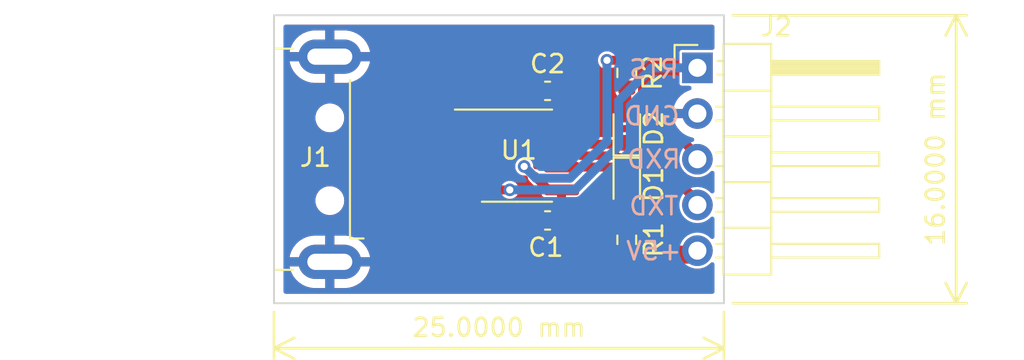
<source format=kicad_pcb>
(kicad_pcb (version 20211014) (generator pcbnew)
  (layers (0 "F.Cu" signal) (31 "B.Cu" signal) (34 "B.Paste" user) (35 "F.Paste" user) (36 "B.SilkS" user "B.Silkscreen") (37 "F.SilkS" user "F.Silkscreen") (38 "B.Mask" user) (39 "F.Mask" user) (44 "Edge.Cuts" user))
  (net 0 "")
  (net 1 "+5V")
  (net 2 "GND")
  (net 3 "Net-(C2-Pad1)")
  (net 4 "/TXD")
  (net 5 "Net-(D1-Pad2)")
  (net 6 "/RXD")
  (net 7 "Net-(D2-Pad2)")
  (net 8 "/D-")
  (net 9 "/D+")
  (net 10 "/RTS")
  (footprint "Capacitor_SMD:C_0603_1608Metric" (layer "F.Cu") (at 175.2 95.4 180)
    (property "Reference" "C1")
    (property "Value" "104")
    (fp_text reference "C1" (at 0.1 -1.5) (layer "F.SilkS"))
    (fp_text value "104")
    (fp_line (start -0.14058 0.51) (end 0.14058 0.51) (layer "F.SilkS") (width 0.12))
    (fp_line (start -0.14058 -0.51) (end 0.14058 -0.51) (layer "F.SilkS") (width 0.12))
    (pad "1" smd roundrect (at -0.775 0 180) (size 0.9 0.95) (layers "F.Cu" "F.Paste" "F.Mask") (net 1 "+5V"))
    (pad "2" smd roundrect (at 0.775 0 180) (size 0.9 0.95) (layers "F.Cu" "F.Paste" "F.Mask") (net 2 "GND"))
  )
  (footprint "LED_SMD:LED_0603_1608Metric" (layer "F.Cu") (at 179.6 90.3 90)
    (fp_text reference "D2" (at 0 1.5 90) (layer "F.SilkS"))
    (fp_text value "LED")
    (fp_line (start 0.8 -0.735) (end -1.485 -0.735) (layer "F.SilkS") (width 0.12))
    (fp_line (start -1.485 -0.735) (end -1.485 0.735) (layer "F.SilkS") (width 0.12))
    (fp_line (start -1.485 0.735) (end 0.8 0.735) (layer "F.SilkS") (width 0.12))
    (pad "1" smd roundrect (at -0.7875 0 90) (size 0.875 0.95) (layers "F.Cu" "F.Paste" "F.Mask") (net 6 "/RXD"))
    (pad "2" smd roundrect (at 0.7875 0 90) (size 0.875 0.95) (layers "F.Cu" "F.Paste" "F.Mask") (net 7 "Net-(D2-Pad2)"))
  )
  (footprint "Resistor_SMD:R_0603_1608Metric" (layer "F.Cu") (at 179.6 87.2 -90)
    (fp_text reference "R2" (at 0 -1.43 90) (layer "F.SilkS"))
    (fp_text value "4.7K")
    (fp_line (start -0.237258 -0.5225) (end 0.237258 -0.5225) (layer "F.SilkS") (width 0.12))
    (fp_line (start -0.237258 0.5225) (end 0.237258 0.5225) (layer "F.SilkS") (width 0.12))
    (pad "1" smd roundrect (at -0.825 0 270) (size 0.8 0.95) (layers "F.Cu" "F.Paste" "F.Mask") (net 1 "+5V"))
    (pad "2" smd roundrect (at 0.825 0 270) (size 0.8 0.95) (layers "F.Cu" "F.Paste" "F.Mask") (net 7 "Net-(D2-Pad2)"))
  )
  (footprint "LED_SMD:LED_0603_1608Metric" (layer "F.Cu") (at 179.6 93.4 -90)
    (property "Reference" "D1")
    (property "Value" "LED")
    (fp_text reference "D1" (at 0 -1.5 90) (layer "F.SilkS"))
    (fp_text value "LED")
    (fp_line (start -1.485 -0.735) (end -1.485 0.735) (layer "F.SilkS") (width 0.12))
    (fp_line (start 0.8 -0.735) (end -1.485 -0.735) (layer "F.SilkS") (width 0.12))
    (fp_line (start -1.485 0.735) (end 0.8 0.735) (layer "F.SilkS") (width 0.12))
    (pad "1" smd roundrect (at -0.7875 0 270) (size 0.875 0.95) (layers "F.Cu" "F.Paste" "F.Mask") (net 4 "/TXD"))
    (pad "2" smd roundrect (at 0.7875 0 270) (size 0.875 0.95) (layers "F.Cu" "F.Paste" "F.Mask") (net 5 "Net-(D1-Pad2)"))
  )
  (footprint "Package_SO:SOIC-8_3.9x4.9mm_P1.27mm" (layer "F.Cu") (at 173.5 91.8)
    (property "Reference" "U1")
    (property "Value" "CH330N")
    (fp_text reference "U1" (at 0.1 -0.3) (layer "F.SilkS"))
    (fp_text value "CH330N")
    (fp_line (start 0 2.56) (end 1.95 2.56) (layer "F.SilkS") (width 0.12))
    (fp_line (start 0 2.56) (end -1.95 2.56) (layer "F.SilkS") (width 0.12))
    (fp_line (start 0 -2.56) (end 1.95 -2.56) (layer "F.SilkS") (width 0.12))
    (fp_line (start 0 -2.56) (end -3.45 -2.56) (layer "F.SilkS") (width 0.12))
    (pad "1" smd roundrect (at -2.475 -1.905) (size 1.95 0.6) (layers "F.Cu" "F.Paste" "F.Mask") (net 9 "/D+"))
    (pad "2" smd roundrect (at -2.475 -0.635) (size 1.95 0.6) (layers "F.Cu" "F.Paste" "F.Mask") (net 8 "/D-"))
    (pad "3" smd roundrect (at -2.475 0.635) (size 1.95 0.6) (layers "F.Cu" "F.Paste" "F.Mask") (net 2 "GND"))
    (pad "4" smd roundrect (at -2.475 1.905) (size 1.95 0.6) (layers "F.Cu" "F.Paste" "F.Mask") (net 10 "/RTS"))
    (pad "5" smd roundrect (at 2.475 1.905) (size 1.95 0.6) (layers "F.Cu" "F.Paste" "F.Mask") (net 1 "+5V"))
    (pad "6" smd roundrect (at 2.475 0.635) (size 1.95 0.6) (layers "F.Cu" "F.Paste" "F.Mask") (net 4 "/TXD"))
    (pad "7" smd roundrect (at 2.475 -0.635) (size 1.95 0.6) (layers "F.Cu" "F.Paste" "F.Mask") (net 6 "/RXD"))
    (pad "8" smd roundrect (at 2.475 -1.905) (size 1.95 0.6) (layers "F.Cu" "F.Paste" "F.Mask") (net 3 "Net-(C2-Pad1)"))
  )
  (footprint "Resistor_SMD:R_0603_1608Metric" (layer "F.Cu") (at 179.6 96.475 90)
    (property "Reference" "R1")
    (property "Value" "4.7K")
    (fp_text reference "R1" (at 0 1.5 90) (layer "F.SilkS"))
    (fp_text value "4.7K")
    (fp_line (start -0.237258 -0.5225) (end 0.237258 -0.5225) (layer "F.SilkS") (width 0.12))
    (fp_line (start -0.237258 0.5225) (end 0.237258 0.5225) (layer "F.SilkS") (width 0.12))
    (pad "1" smd roundrect (at -0.825 0 90) (size 0.8 0.95) (layers "F.Cu" "F.Paste" "F.Mask") (net 1 "+5V"))
    (pad "2" smd roundrect (at 0.825 0 90) (size 0.8 0.95) (layers "F.Cu" "F.Paste" "F.Mask") (net 5 "Net-(D1-Pad2)"))
  )
  (footprint "Connector_PinHeader_2.54mm:PinHeader_1x05_P2.54mm_Horizontal" (layer "F.Cu") (at 183.525 86.92)
    (property "Reference" "J2")
    (property "Value" "Conn_01x05")
    (fp_text reference "J2" (at 4.385 -2.27) (layer "F.SilkS"))
    (fp_text value "Conn_01x05")
    (fp_line (start 1.042929 4.7) (end 1.44 4.7) (layer "F.SilkS") (width 0.12))
    (fp_line (start 10.1 2.92) (end 4.1 2.92) (layer "F.SilkS") (width 0.12))
    (fp_line (start 1.44 1.27) (end 4.1 1.27) (layer "F.SilkS") (width 0.12))
    (fp_line (start 1.44 8.89) (end 4.1 8.89) (layer "F.SilkS") (width 0.12))
    (fp_line (start 4.1 0.28) (end 10.1 0.28) (layer "F.SilkS") (width 0.12))
    (fp_line (start 1.042929 8) (end 1.44 8) (layer "F.SilkS") (width 0.12))
    (fp_line (start 4.1 0.16) (end 10.1 0.16) (layer "F.SilkS") (width 0.12))
    (fp_line (start 4.1 2.16) (end 10.1 2.16) (layer "F.SilkS") (width 0.12))
    (fp_line (start 4.1 9.78) (end 10.1 9.78) (layer "F.SilkS") (width 0.12))
    (fp_line (start 4.1 4.7) (end 10.1 4.7) (layer "F.SilkS") (width 0.12))
    (fp_line (start 10.1 10.54) (end 4.1 10.54) (layer "F.SilkS") (width 0.12))
    (fp_line (start 10.1 -0.38) (end 10.1 0.38) (layer "F.SilkS") (width 0.12))
    (fp_line (start 4.1 7.24) (end 10.1 7.24) (layer "F.SilkS") (width 0.12))
    (fp_line (start 4.1 -0.38) (end 10.1 -0.38) (layer "F.SilkS") (width 0.12))
    (fp_line (start 1.042929 10.54) (end 1.44 10.54) (layer "F.SilkS") (width 0.12))
    (fp_line (start 1.11 0.38) (end 1.44 0.38) (layer "F.SilkS") (width 0.12))
    (fp_line (start 10.1 8) (end 4.1 8) (layer "F.SilkS") (width 0.12))
    (fp_line (start 1.042929 9.78) (end 1.44 9.78) (layer "F.SilkS") (width 0.12))
    (fp_line (start 4.1 -0.08) (end 10.1 -0.08) (layer "F.SilkS") (width 0.12))
    (fp_line (start 4.1 -0.2) (end 10.1 -0.2) (layer "F.SilkS") (width 0.12))
    (fp_line (start 4.1 -1.33) (end 1.44 -1.33) (layer "F.SilkS") (width 0.12))
    (fp_line (start 10.1 5.46) (end 4.1 5.46) (layer "F.SilkS") (width 0.12))
    (fp_line (start 10.1 2.16) (end 10.1 2.92) (layer "F.SilkS") (width 0.12))
    (fp_line (start 10.1 7.24) (end 10.1 8) (layer "F.SilkS") (width 0.12))
    (fp_line (start -1.27 0) (end -1.27 -1.27) (layer "F.SilkS") (width 0.12))
    (fp_line (start 10.1 0.38) (end 4.1 0.38) (layer "F.SilkS") (width 0.12))
    (fp_line (start 10.1 4.7) (end 10.1 5.46) (layer "F.SilkS") (width 0.12))
    (fp_line (start 1.042929 7.24) (end 1.44 7.24) (layer "F.SilkS") (width 0.12))
    (fp_line (start 1.44 11.49) (end 4.1 11.49) (layer "F.SilkS") (width 0.12))
    (fp_line (start 10.1 9.78) (end 10.1 10.54) (layer "F.SilkS") (width 0.12))
    (fp_line (start 1.042929 2.92) (end 1.44 2.92) (layer "F.SilkS") (width 0.12))
    (fp_line (start 1.44 6.35) (end 4.1 6.35) (layer "F.SilkS") (width 0.12))
    (fp_line (start -1.27 -1.27) (end 0 -1.27) (layer "F.SilkS") (width 0.12))
    (fp_line (start 4.1 0.04) (end 10.1 0.04) (layer "F.SilkS") (width 0.12))
    (fp_line (start 1.042929 5.46) (end 1.44 5.46) (layer "F.SilkS") (width 0.12))
    (fp_line (start 1.44 3.81) (end 4.1 3.81) (layer "F.SilkS") (width 0.12))
    (fp_line (start 4.1 11.49) (end 4.1 -1.33) (layer "F.SilkS") (width 0.12))
    (fp_line (start 1.042929 2.16) (end 1.44 2.16) (layer "F.SilkS") (width 0.12))
    (fp_line (start 1.11 -0.38) (end 1.44 -0.38) (layer "F.SilkS") (width 0.12))
    (fp_line (start 1.44 -1.33) (end 1.44 11.49) (layer "F.SilkS") (width 0.12))
    (fp_line (start 4.1 -0.32) (end 10.1 -0.32) (layer "F.SilkS") (width 0.12))
    (pad "1" thru_hole rect (at 0 0) (size 1.7 1.7) (drill 1) (layers *.Cu *.Mask) (net 10 "/RTS"))
    (pad "2" thru_hole oval (at 0 2.54) (size 1.7 1.7) (drill 1) (layers *.Cu *.Mask) (net 2 "GND"))
    (pad "3" thru_hole oval (at 0 5.08) (size 1.7 1.7) (drill 1) (layers *.Cu *.Mask) (net 6 "/RXD"))
    (pad "4" thru_hole oval (at 0 7.62) (size 1.7 1.7) (drill 1) (layers *.Cu *.Mask) (net 4 "/TXD"))
    (pad "5" thru_hole oval (at 0 10.16) (size 1.7 1.7) (drill 1) (layers *.Cu *.Mask) (net 1 "+5V"))
  )
  (footprint "Connector_USB:USB_A_CNCTech_1001-011-01101_Horizontal" (layer "F.Cu") (at 156.2 92 180)
    (property "Reference" "J1")
    (property "Value" "USB_A")
    (fp_text reference "J1" (at -6.1 0.1) (layer "F.SilkS"))
    (fp_text value "USB_A")
    (fp_line (start -4.85 -6.145) (end -3.8 -6.145) (layer "F.SilkS") (width 0.12))
    (fp_line (start -8.02 -4.4) (end -8.775 -4.4) (layer "F.SilkS") (width 0.12))
    (fp_line (start -8.02 -4.4) (end -8.02 4.4) (layer "F.SilkS") (width 0.12))
    (fp_line (start -4.85 6.145) (end -3.8 6.145) (layer "F.SilkS") (width 0.12))
    (pad "" np_thru_hole circle (at -6.9 2.3 180) (size 1.1 1.1) (drill 1.1) (layers *.Cu *.Mask))
    (pad "" np_thru_hole circle (at -6.9 -2.3 180) (size 1.1 1.1) (drill 1.1) (layers *.Cu *.Mask))
    (pad "1" smd rect (at -9.65 -3.5 180) (size 2.5 1.1) (layers "F.Cu" "F.Paste" "F.Mask") (net 1 "+5V"))
    (pad "2" smd rect (at -9.65 -1 180) (size 2.5 1.1) (layers "F.Cu" "F.Paste" "F.Mask") (net 8 "/D-"))
    (pad "3" smd rect (at -9.65 1 180) (size 2.5 1.1) (layers "F.Cu" "F.Paste" "F.Mask") (net 9 "/D+"))
    (pad "4" smd rect (at -9.65 3.5 180) (size 2.5 1.1) (layers "F.Cu" "F.Paste" "F.Mask") (net 2 "GND"))
    (pad "5" thru_hole oval (at -6.9 -5.7 180) (size 3.5 1.9) (drill oval 2.5 0.9) (layers *.Cu *.Mask) (net 2 "GND"))
    (pad "5" thru_hole oval (at -6.9 5.7 180) (size 3.5 1.9) (drill oval 2.5 0.9) (layers *.Cu *.Mask) (net 2 "GND"))
  )
  (footprint "Capacitor_SMD:C_0603_1608Metric" (layer "F.Cu") (at 175.2 88.2 180)
    (property "Reference" "C2")
    (property "Value" "104")
    (fp_text reference "C2" (at 0 1.5) (layer "F.SilkS"))
    (fp_text value "104")
    (fp_line (start -0.14058 -0.51) (end 0.14058 -0.51) (layer "F.SilkS") (width 0.12))
    (fp_line (start -0.14058 0.51) (end 0.14058 0.51) (layer "F.SilkS") (width 0.12))
    (pad "1" smd roundrect (at -0.775 0 180) (size 0.9 0.95) (layers "F.Cu" "F.Paste" "F.Mask") (net 3 "Net-(C2-Pad1)"))
    (pad "2" smd roundrect (at 0.775 0 180) (size 0.9 0.95) (layers "F.Cu" "F.Paste" "F.Mask") (net 2 "GND"))
  )
  (gr_line (start 185 100) (end 185 84) (layer "Edge.Cuts") (width 0.1))
  (gr_line (start 160 100) (end 185 100) (layer "Edge.Cuts") (width 0.1))
  (gr_line (start 160 84) (end 160 100) (layer "Edge.Cuts") (width 0.1))
  (gr_line (start 185 84) (end 160 84) (layer "Edge.Cuts") (width 0.1))
  (gr_text "TXD" (at 181.1 94.6) (layer "B.SilkS") (effects (font (size 1 1)) (justify mirror)))
  (gr_text "RXD" (at 181.1 92) (layer "B.SilkS") (effects (font (size 1 1)) (justify mirror)))
  (gr_text "GND" (at 181 89.6) (layer "B.SilkS") (effects (font (size 1 1)) (justify mirror)))
  (gr_text "+5V" (at 181.1 97.1) (layer "B.SilkS") (effects (font (size 1 1)) (justify mirror)))
  (gr_text "RTS" (at 181.1 87) (layer "B.SilkS") (effects (font (size 1 1)) (justify mirror)))
  (dimension (type aligned) (layer "F.SilkS") (pts (xy 160 100) (xy 185 100)) (height 2.5) (gr_text "25.0000 mm" (at 172.5 101.35) (layer "F.SilkS") (effects (font (size 1 1) (thickness 0.15)))) (format (units 3) (units_format 1) (precision 4)) (style (thickness 0.15) (arrow_length 1.27) (text_position_mode 0) (extension_height 0.58642) (extension_offset 0.5) keep_text_aligned))
  (dimension (type aligned) (layer "F.SilkS") (pts (xy 185 84) (xy 185 100)) (height -12.9) (gr_text "16.0000 mm" (at 196.75 92 90) (layer "F.SilkS") (effects (font (size 1 1) (thickness 0.15)))) (format (units 3) (units_format 1) (precision 4)) (style (thickness 0.15) (arrow_length 1.27) (text_position_mode 0) (extension_height 0.58642) (extension_offset 0.5) keep_text_aligned))
  (segment (start 175.975 95.4) (end 175.975 93.705) (width 0.5) (layer "F.Cu") (net 1))
  (segment (start 175.975 95.4) (end 175.975 97.275) (width 1) (layer "F.Cu") (net 1))
  (segment (start 174.5 92.9505) (end 175.2545 93.705) (width 0.5) (layer "F.Cu") (net 1))
  (segment (start 165.85 95.5) (end 167.65 97.3) (width 1) (layer "F.Cu") (net 1))
  (segment (start 183.505 97.3) (end 183.725 97.08) (width 1) (layer "F.Cu") (net 1))
  (segment (start 178.5 86.5) (end 179.475 86.5) (width 0.5) (layer "F.Cu") (net 1))
  (segment (start 176 97.3) (end 179.7 97.3) (width 1) (layer "F.Cu") (net 1))
  (segment (start 179.7 97.3) (end 183.505 97.3) (width 1) (layer "F.Cu") (net 1))
  (segment (start 179.475 86.5) (end 179.6 86.375) (width 0.5) (layer "F.Cu") (net 1))
  (segment (start 167.65 97.3) (end 176 97.3) (width 1) (layer "F.Cu") (net 1))
  (segment (start 179.675 86.5) (end 179.7 86.475) (width 0.5) (layer "F.Cu") (net 1))
  (segment (start 175.975 97.275) (end 176 97.3) (width 1) (layer "F.Cu") (net 1))
  (segment (start 175.2545 93.705) (end 175.975 93.705) (width 0.5) (layer "F.Cu") (net 1))
  (via (at 173.9 92.4) (size 0.7) (drill 0.4) (layers "F.Cu" "B.Cu") (net 1))
  (via (at 178.5 86.5) (size 0.7) (drill 0.4) (layers "F.Cu" "B.Cu") (net 1))
  (segment (start 178.5 91) (end 178.5 86.5) (width 0.5) (layer "B.Cu") (net 1))
  (segment (start 176.44952 93.05048) (end 178.5 91) (width 0.5) (layer "B.Cu") (net 1))
  (segment (start 174.55048 93.05048) (end 173.9 92.4) (width 0.5) (layer "B.Cu") (net 1))
  (segment (start 176.44952 93.05048) (end 174.55048 93.05048) (width 0.5) (layer "B.Cu") (net 1))
  (segment (start 175.975 88.2) (end 175.975 89.895) (width 0.5) (layer "F.Cu") (net 3))
  (segment (start 181.7975 92.6125) (end 183.725 94.54) (width 0.5) (layer "F.Cu") (net 4))
  (segment (start 175.975 92.435) (end 179.5225 92.435) (width 0.5) (layer "F.Cu") (net 4))
  (segment (start 179.7 92.6125) (end 181.7975 92.6125) (width 0.5) (layer "F.Cu") (net 4))
  (segment (start 179.5225 92.435) (end 179.7 92.6125) (width 0.5) (layer "F.Cu") (net 4))
  (segment (start 179.6 95.65) (end 179.6 94.1875) (width 0.5) (layer "F.Cu") (net 5))
  (segment (start 182.8125 91.0875) (end 183.725 92) (width 0.5) (layer "F.Cu") (net 6))
  (segment (start 179.7 91.0875) (end 182.8125 91.0875) (width 0.5) (layer "F.Cu") (net 6))
  (segment (start 179.6225 91.165) (end 179.7 91.0875) (width 0.5) (layer "F.Cu") (net 6))
  (segment (start 175.975 91.165) (end 179.6225 91.165) (width 0.5) (layer "F.Cu") (net 6))
  (segment (start 179.6 89.5125) (end 179.6 88.025) (width 0.5) (layer "F.Cu") (net 7))
  (segment (start 168.372532 92.216) (end 169.842531 90.746001) (width 0.28) (layer "F.Cu") (net 8))
  (segment (start 167.334 92.216) (end 168.372532 92.216) (width 0.28) (layer "F.Cu") (net 8))
  (segment (start 169.842531 90.746001) (end 170.606001 90.746001) (width 0.28) (layer "F.Cu") (net 8))
  (segment (start 170.606001 90.746001) (end 171.025 91.165) (width 0.28) (layer "F.Cu") (net 8))
  (segment (start 165.85 93) (end 166.55 93) (width 0.28) (layer "F.Cu") (net 8))
  (segment (start 166.55 93) (end 167.334 92.216) (width 0.28) (layer "F.Cu") (net 8))
  (segment (start 170.086098 89.895) (end 171.025 89.895) (width 0.28) (layer "F.Cu") (net 9))
  (segment (start 167.334 91.784) (end 168.197098 91.784) (width 0.28) (layer "F.Cu") (net 9))
  (segment (start 166.55 91) (end 167.334 91.784) (width 0.28) (layer "F.Cu") (net 9))
  (segment (start 168.197098 91.784) (end 170.086098 89.895) (width 0.28) (layer "F.Cu") (net 9))
  (segment (start 165.85 91) (end 166.55 91) (width 0.28) (layer "F.Cu") (net 9))
  (segment (start 171.025 93.705) (end 173.095 93.705) (width 0.5) (layer "F.Cu") (net 10))
  (segment (start 173.095 93.705) (end 173.1 93.7) (width 0.5) (layer "F.Cu") (net 10))
  (via (at 173.1 93.7) (size 0.7) (drill 0.4) (layers "F.Cu" "B.Cu") (net 10))
  (segment (start 179.149519 90.730959) (end 179.14952 88.75048) (width 0.5) (layer "B.Cu") (net 10))
  (segment (start 176.718559 93.7) (end 179.14952 91.269039) (width 0.5) (layer "B.Cu") (net 10))
  (segment (start 179.14952 88.75048) (end 180.98 86.92) (width 0.5) (layer "B.Cu") (net 10))
  (segment (start 179.14952 91.269039) (end 179.149519 90.730959) (width 0.5) (layer "B.Cu") (net 10))
  (segment (start 173.1 93.7) (end 176.718559 93.7) (width 0.5) (layer "B.Cu") (net 10))
  (segment (start 180.98 86.92) (end 183.725 86.92) (width 0.5) (layer "B.Cu") (net 10))
  (zone (net 2) (net_name "GND") (layer "F.Cu") (connect_pads (clearance 0.15)) (min_thickness 0.254) (fill yes (thermal_gap 0.508) (thermal_bridge_width 0.508) (smoothing fillet) (radius 1))
    (polygon (pts (xy 185 100) (xy 160 100) (xy 160 84) (xy 185 84)))
  )
  (zone (net 2) (net_name "GND") (layer "B.Cu") (connect_pads (clearance 0.15)) (min_thickness 0.254) (fill yes (thermal_gap 0.508) (thermal_bridge_width 0.508) (smoothing fillet) (radius 1))
    (polygon (pts (xy 185 100) (xy 160 100) (xy 160 84) (xy 185 84)))
  )
)
</source>
